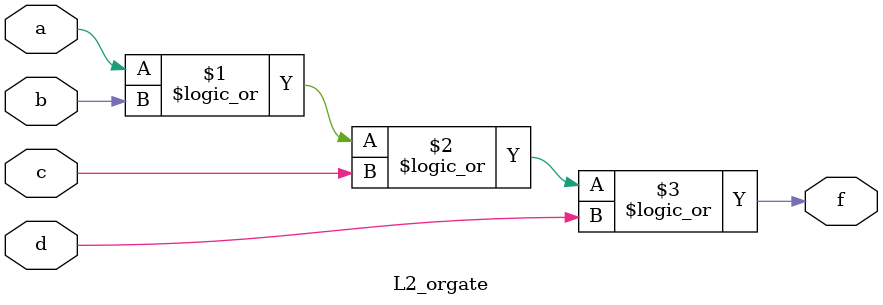
<source format=sv>
module L2_orgate
(
	input logic a, b, c, d,
	output logic f
);

assign f = a || b || c || d; 

endmodule: L2_orgate
</source>
